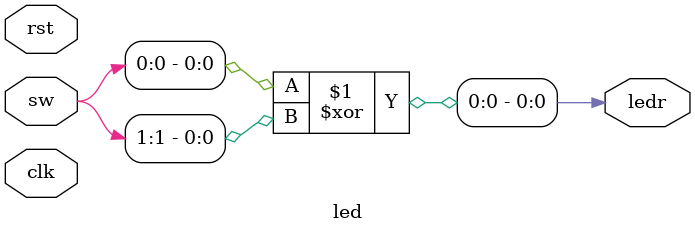
<source format=v>
module led(
  input clk,
  input rst,
  input [7:0] sw,
  output [15:0] ledr
);
  assign ledr[0] = sw[0] ^ sw[1];
endmodule

</source>
